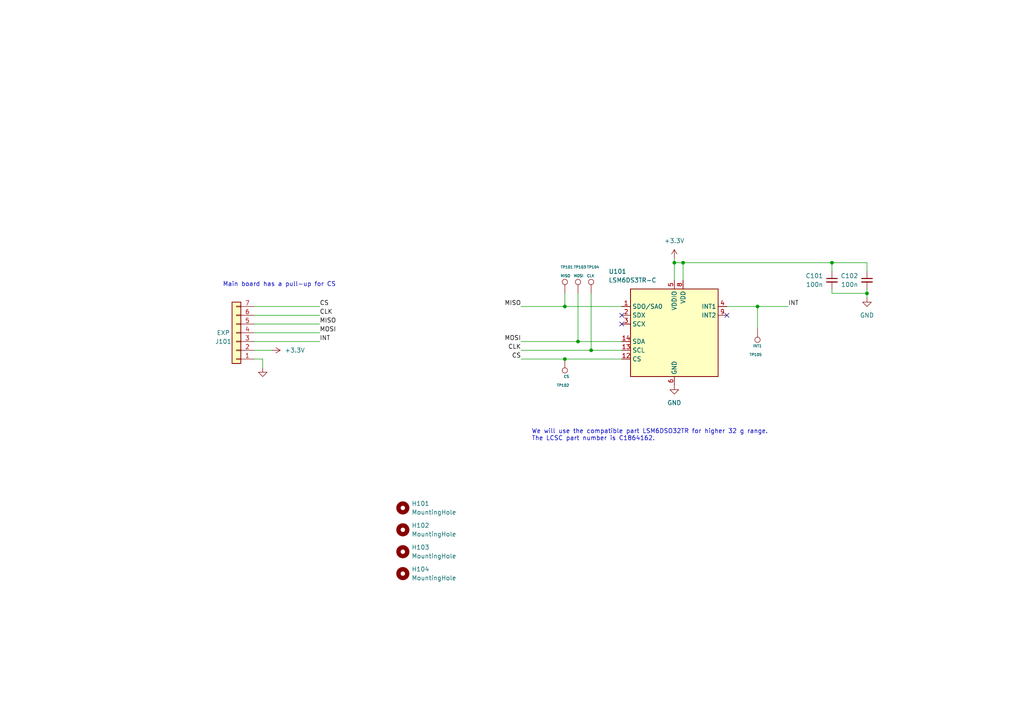
<source format=kicad_sch>
(kicad_sch (version 20231120) (generator "eeschema") (generator_version "8.0")
  (paper "A4")
  (lib_symbols
    (symbol "Connector:TestPoint" (pin_numbers hide) (pin_names (offset 0.762) hide)
      (property "Reference" "TP" (at 0 6.858 0))
      (property "Value" "TestPoint" (at 0 5.08 0))
      (symbol "TestPoint_0_1"
        (circle (center 0 3.302) (radius 0.762))
      )
      (symbol "TestPoint_1_1"
        (pin passive line (at 0 0 90) (length 2.54) (name "1") (number "1"))
      )
    )
    (symbol "Connector_Generic:Conn_01x07" (pin_names (offset 1.016) hide)
      (property "Reference" "J" (at 0 10.16 0))
      (property "Value" "Conn_01x07" (at 0 -10.16 0))
      (symbol "Conn_01x07_1_1"
        (rectangle (start -1.27 -7.493) (end 0 -7.747) (stroke (width 0.1524)))
        (rectangle (start -1.27 -4.953) (end 0 -5.207) (stroke (width 0.1524)))
        (rectangle (start -1.27 -2.413) (end 0 -2.667) (stroke (width 0.1524)))
        (rectangle (start -1.27 0.127) (end 0 -0.127) (stroke (width 0.1524)))
        (rectangle (start -1.27 2.667) (end 0 2.413) (stroke (width 0.1524)))
        (rectangle (start -1.27 5.207) (end 0 4.953) (stroke (width 0.1524)))
        (rectangle (start -1.27 7.747) (end 0 7.493) (stroke (width 0.1524)))
        (rectangle (start -1.27 8.89) (end 1.27 -8.89) (stroke (width 0.254)) (fill (type background)))
        (pin passive line (at -5.08 7.62 0) (length 3.81) (name "Pin_1") (number "1"))
        (pin passive line (at -5.08 5.08 0) (length 3.81) (name "Pin_2") (number "2"))
        (pin passive line (at -5.08 2.54 0) (length 3.81) (name "Pin_3") (number "3"))
        (pin passive line (at -5.08 0 0) (length 3.81) (name "Pin_4") (number "4"))
        (pin passive line (at -5.08 -2.54 0) (length 3.81) (name "Pin_5") (number "5"))
        (pin passive line (at -5.08 -5.08 0) (length 3.81) (name "Pin_6") (number "6"))
        (pin passive line (at -5.08 -7.62 0) (length 3.81) (name "Pin_7") (number "7"))
      )
    )
    (symbol "Device:C_Small" (pin_numbers hide) (pin_names (offset 0.254) hide)
      (property "Reference" "C" (at 0.254 1.778 0))
      (property "Value" "C_Small" (at 0.254 -2.032 0))
      (symbol "C_Small_0_1"
        (polyline (pts (xy -1.524 -0.508) (xy 1.524 -0.508)) (stroke (width 0.3302)))
        (polyline (pts (xy -1.524 0.508) (xy 1.524 0.508)) (stroke (width 0.3048)))
      )
      (symbol "C_Small_1_1"
        (pin passive line (at 0 2.54 270) (length 2.032) (name "~") (number "1"))
        (pin passive line (at 0 -2.54 90) (length 2.032) (name "~") (number "2"))
      )
    )
    (symbol "Mechanical:MountingHole" (pin_names (offset 1.016)) (exclude_from_sim yes) (in_bom no)
      (property "Reference" "H" (at 0 5.08 0))
      (property "Value" "MountingHole" (at 0 3.175 0))
      (symbol "MountingHole_0_1"
        (circle (center 0 0) (radius 1.27) (stroke (width 1.27)))
      )
    )
    (symbol "Sensor_Motion:LSM6DS3"
      (property "Reference" "U" (at -11.43 15.24 0))
      (property "Value" "LSM6DS3" (at -11.43 12.7 0))
      (symbol "LSM6DS3_0_1"
        (rectangle (start -12.7 12.7) (end 12.7 -12.7) (stroke (width 0.254)) (fill (type background)))
      )
      (symbol "LSM6DS3_1_1"
        (pin bidirectional line (at -15.24 7.62 0) (length 2.54) (name "SDO/SA0") (number "1"))
        (pin no_connect line (at 12.7 -5.08 180) (length 3.81) hide (name "NC") (number "10"))
        (pin no_connect line (at 12.7 -2.54 180) (length 3.81) hide (name "NC") (number "11"))
        (pin input line (at -15.24 -7.62 0) (length 2.54) (name "CS") (number "12"))
        (pin input line (at -15.24 -5.08 0) (length 2.54) (name "SCL") (number "13"))
        (pin bidirectional line (at -15.24 -2.54 0) (length 2.54) (name "SDA") (number "14"))
        (pin bidirectional line (at -15.24 5.08 0) (length 2.54) (name "SDX") (number "2"))
        (pin input line (at -15.24 2.54 0) (length 2.54) (name "SCX") (number "3"))
        (pin output line (at 15.24 7.62 180) (length 2.54) (name "INT1") (number "4"))
        (pin power_in line (at 0 15.24 270) (length 2.54) (name "VDDIO") (number "5"))
        (pin power_in line (at 0 -15.24 90) (length 2.54) (name "GND") (number "6"))
        (pin passive line (at 0 -15.24 90) (length 2.54) hide (name "GND") (number "7"))
        (pin power_in line (at 2.54 15.24 270) (length 2.54) (name "VDD") (number "8"))
        (pin output line (at 15.24 5.08 180) (length 2.54) (name "INT2") (number "9"))
      )
    )
    (symbol "power:+3.3V" (power) (pin_names (offset 0))
      (property "Value" "+3.3V" (at 0 3.556 0))
      (symbol "+3.3V_0_1"
        (polyline (pts (xy -0.762 1.27) (xy 0 2.54)))
        (polyline (pts (xy 0 0) (xy 0 2.54)))
        (polyline (pts (xy 0 2.54) (xy 0.762 1.27)))
      )
      (symbol "+3.3V_1_1"
        (pin power_in line (at 0 0 90) (length 0) hide (name "+3.3V") (number "1"))
      )
    )
    (symbol "power:GND" (power) (pin_names (offset 0))
      (property "Value" "GND" (at 0 -3.81 0))
      (symbol "GND_0_1"
        (polyline (pts (xy 0 0) (xy 0 -1.27) (xy 1.27 -1.27) (xy 0 -2.54) (xy -1.27 -1.27) (xy 0 -1.27)))
      )
      (symbol "GND_1_1"
        (pin power_in line (at 0 0 270) (length 0) hide (name "GND") (number "1"))
      )
    )
  )
  (junction (at 219.71 88.9))
  (junction (at 171.45 101.6))
  (junction (at 163.83 88.9))
  (junction (at 251.46 85.09))
  (junction (at 163.83 104.14))
  (junction (at 198.12 76.2))
  (junction (at 195.58 76.2))
  (junction (at 167.64 99.06))
  (junction (at 241.3 76.2))
  (no_connect (at 180.34 93.98))
  (no_connect (at 180.34 91.44))
  (no_connect (at 210.82 91.44))
  (wire (pts (xy 73.66 93.98) (xy 92.71 93.98)))
  (wire (pts (xy 73.66 91.44) (xy 92.71 91.44)))
  (wire (pts (xy 195.58 76.2) (xy 195.58 81.28)))
  (wire (pts (xy 198.12 76.2) (xy 241.3 76.2)))
  (wire (pts (xy 73.66 101.6) (xy 78.74 101.6)))
  (wire (pts (xy 76.2 106.68) (xy 76.2 104.14)))
  (wire (pts (xy 251.46 83.82) (xy 251.46 85.09)))
  (wire (pts (xy 163.83 85.09) (xy 163.83 88.9)))
  (wire (pts (xy 151.13 99.06) (xy 167.64 99.06)))
  (wire (pts (xy 198.12 76.2) (xy 195.58 76.2)))
  (wire (pts (xy 151.13 88.9) (xy 163.83 88.9)))
  (wire (pts (xy 163.83 104.14) (xy 180.34 104.14)))
  (wire (pts (xy 171.45 101.6) (xy 180.34 101.6)))
  (wire (pts (xy 171.45 85.09) (xy 171.45 101.6)))
  (wire (pts (xy 73.66 96.52) (xy 92.71 96.52)))
  (wire (pts (xy 241.3 83.82) (xy 241.3 85.09)))
  (wire (pts (xy 219.71 88.9) (xy 210.82 88.9)))
  (wire (pts (xy 241.3 76.2) (xy 251.46 76.2)))
  (wire (pts (xy 163.83 88.9) (xy 180.34 88.9)))
  (wire (pts (xy 151.13 101.6) (xy 171.45 101.6)))
  (wire (pts (xy 241.3 85.09) (xy 251.46 85.09)))
  (wire (pts (xy 251.46 76.2) (xy 251.46 78.74)))
  (wire (pts (xy 219.71 88.9) (xy 219.71 95.25)))
  (wire (pts (xy 251.46 85.09) (xy 251.46 86.36)))
  (wire (pts (xy 195.58 74.93) (xy 195.58 76.2)))
  (wire (pts (xy 241.3 76.2) (xy 241.3 78.74)))
  (wire (pts (xy 228.6 88.9) (xy 219.71 88.9)))
  (wire (pts (xy 73.66 88.9) (xy 92.71 88.9)))
  (wire (pts (xy 198.12 81.28) (xy 198.12 76.2)))
  (wire (pts (xy 76.2 104.14) (xy 73.66 104.14)))
  (wire (pts (xy 151.13 104.14) (xy 163.83 104.14)))
  (wire (pts (xy 167.64 99.06) (xy 180.34 99.06)))
  (wire (pts (xy 167.64 85.09) (xy 167.64 99.06)))
  (wire (pts (xy 73.66 99.06) (xy 92.71 99.06)))
  (text "Main board has a pull-up for CS" (at 81.026 82.55 0) (effects (font (size 1.27 1.27))))
  (text "We will use the compatible part LSM6DSO32TR for higher 32 g range. \nThe LCSC part number is C1864162." (at 154.178 124.46 0) (effects (font (size 1.27 1.27)) (justify left top)))
  (label "MISO" (at 151.13 88.9 180))
  (label "CLK" (at 151.13 101.6 180))
  (label "MOSI" (at 92.71 96.52 0))
  (label "MOSI" (at 151.13 99.06 180))
  (label "INT" (at 92.71 99.06 0))
  (label "CS" (at 151.13 104.14 180))
  (label "CS" (at 92.71 88.9 0))
  (label "CLK" (at 92.71 91.44 0))
  (label "INT" (at 228.6 88.9 0))
  (label "MISO" (at 92.71 93.98 0))
  (symbol (lib_id "power:+3.3V") (at 78.74 101.6 270) (unit 1)
    (property "Reference" "#PWR0102" (effects (hide yes)))
    (property "Value" "+3.3V" (at 82.55 101.6 90) (effects (justify left)))
  )
  (symbol (lib_id "Device:C_Small") (at 241.3 81.28 0) (mirror y) (unit 1)
    (property "Reference" "C101" (at 238.76 80.01 0) (effects (justify left)))
    (property "Value" "100n" (at 238.76 82.55 0) (effects (justify left)))
    (property "Footprint" "Capacitor_SMD:C_0402_1005Metric" (effects (hide yes)))
    (property "LCSC" "C1525" (effects (hide yes)))
  )
  (symbol (lib_id "power:GND") (at 76.2 106.68 0) (unit 1)
    (property "Reference" "#PWR0101" (effects (hide yes)))
    (property "Value" "GND" (effects (hide yes)))
  )
  (symbol (lib_id "Connector:TestPoint") (at 167.64 85.09 0) (unit 1) (in_bom no)
    (property "Reference" "TP103" (at 166.37 77.47 0) (effects (font (size 0.762 0.762)) (justify left)))
    (property "Value" "MOSI" (at 166.37 80.01 0) (effects (font (size 0.762 0.762)) (justify left)))
    (property "Footprint" "TestPoint:TestPoint_Pad_D1.0mm" (effects (hide yes)))
  )
  (symbol (lib_id "Mechanical:MountingHole") (at 116.84 160.02 0) (unit 1) (exclude_from_sim yes) (in_bom no)
    (property "Reference" "H103" (at 119.38 158.7499 0) (effects (justify left)))
    (property "Value" "MountingHole" (at 119.38 161.2899 0) (effects (justify left)))
    (property "Footprint" "MountingHole:MountingHole_2.2mm_M2_Pad" (effects (hide yes)))
    (property "Description" "Mounting Hole without connection" (effects (hide yes)))
  )
  (symbol (lib_id "Device:C_Small") (at 251.46 81.28 0) (mirror y) (unit 1)
    (property "Reference" "C102" (at 248.92 80.01 0) (effects (justify left)))
    (property "Value" "100n" (at 248.92 82.55 0) (effects (justify left)))
    (property "Footprint" "Capacitor_SMD:C_0402_1005Metric" (effects (hide yes)))
    (property "LCSC" "C1525" (effects (hide yes)))
  )
  (symbol (lib_id "Mechanical:MountingHole") (at 116.84 166.37 0) (unit 1) (exclude_from_sim yes) (in_bom no)
    (property "Reference" "H104" (at 119.38 165.0999 0) (effects (justify left)))
    (property "Value" "MountingHole" (at 119.38 167.6399 0) (effects (justify left)))
    (property "Footprint" "MountingHole:MountingHole_2.2mm_M2_Pad" (effects (hide yes)))
    (property "Description" "Mounting Hole without connection" (effects (hide yes)))
  )
  (symbol (lib_id "power:GND") (at 195.58 111.76 0) (unit 1)
    (property "Reference" "#PWR0104" (effects (hide yes)))
    (property "Value" "GND" (at 195.58 116.84 0))
  )
  (symbol (lib_id "Connector_Generic:Conn_01x07") (at 68.58 96.52 180) (unit 1)
    (property "Reference" "J101" (at 64.77 99.06 0))
    (property "Value" "EXP" (at 64.77 96.52 0))
    (property "Footprint" "Connector_JST:JST_SH_SM07B-SRSS-TB_1x07-1MP_P1.00mm_Horizontal" (effects (hide yes)))
    (property "LCSC" "C160406" (effects (hide yes)))
  )
  (symbol (lib_id "Connector:TestPoint") (at 163.83 104.14 180) (unit 1) (in_bom no)
    (property "Reference" "TP102" (at 165.1 111.76 0) (effects (font (size 0.762 0.762)) (justify left)))
    (property "Value" "CS" (at 165.1 109.22 0) (effects (font (size 0.762 0.762)) (justify left)))
    (property "Footprint" "TestPoint:TestPoint_Pad_D1.0mm" (effects (hide yes)))
  )
  (symbol (lib_id "Sensor_Motion:LSM6DS3") (at 195.58 96.52 0) (unit 1)
    (property "Reference" "U101" (at 176.53 78.74 0) (effects (justify left)))
    (property "Value" "LSM6DS3TR-C" (at 176.53 81.28 0) (effects (justify left)))
    (property "Footprint" "Package_LGA:LGA-14_3x2.5mm_P0.5mm_LayoutBorder3x4y" (effects (hide yes)))
    (property "Datasheet" "https://www.st.com/resource/en/datasheet/lsm6ds3tr-c.pdf" (effects (hide yes)))
    (property "LCSC" "C1864162" (effects (hide yes)))
  )
  (symbol (lib_id "Mechanical:MountingHole") (at 116.84 153.67 0) (unit 1) (exclude_from_sim yes) (in_bom no)
    (property "Reference" "H102" (at 119.38 152.3999 0) (effects (justify left)))
    (property "Value" "MountingHole" (at 119.38 154.9399 0) (effects (justify left)))
    (property "Footprint" "MountingHole:MountingHole_2.2mm_M2_Pad" (effects (hide yes)))
    (property "Description" "Mounting Hole without connection" (effects (hide yes)))
  )
  (symbol (lib_id "power:+3.3V") (at 195.58 74.93 0) (unit 1)
    (property "Reference" "#PWR0103" (effects (hide yes)))
    (property "Value" "+3.3V" (at 195.58 69.85 0))
  )
  (symbol (lib_id "Connector:TestPoint") (at 163.83 85.09 0) (unit 1) (in_bom no)
    (property "Reference" "TP101" (at 162.56 77.47 0) (effects (font (size 0.762 0.762)) (justify left)))
    (property "Value" "MISO" (at 162.56 80.01 0) (effects (font (size 0.762 0.762)) (justify left)))
    (property "Footprint" "TestPoint:TestPoint_Pad_D1.0mm" (effects (hide yes)))
  )
  (symbol (lib_id "Connector:TestPoint") (at 219.71 95.25 180) (unit 1) (in_bom no)
    (property "Reference" "TP105" (at 220.98 102.87 0) (effects (font (size 0.762 0.762)) (justify left)))
    (property "Value" "INT1" (at 220.98 100.33 0) (effects (font (size 0.762 0.762)) (justify left)))
    (property "Footprint" "TestPoint:TestPoint_Pad_D1.0mm" (effects (hide yes)))
  )
  (symbol (lib_id "Mechanical:MountingHole") (at 116.84 147.32 0) (unit 1) (exclude_from_sim yes) (in_bom no)
    (property "Reference" "H101" (at 119.38 146.0499 0) (effects (justify left)))
    (property "Value" "MountingHole" (at 119.38 148.5899 0) (effects (justify left)))
    (property "Footprint" "MountingHole:MountingHole_2.2mm_M2_Pad" (effects (hide yes)))
    (property "Description" "Mounting Hole without connection" (effects (hide yes)))
  )
  (symbol (lib_id "Connector:TestPoint") (at 171.45 85.09 0) (unit 1) (in_bom no)
    (property "Reference" "TP104" (at 170.18 77.47 0) (effects (font (size 0.762 0.762)) (justify left)))
    (property "Value" "CLK" (at 170.18 80.01 0) (effects (font (size 0.762 0.762)) (justify left)))
    (property "Footprint" "TestPoint:TestPoint_Pad_D1.0mm" (effects (hide yes)))
  )
  (symbol (lib_id "power:GND") (at 251.46 86.36 0) (unit 1)
    (property "Reference" "#PWR0105" (effects (hide yes)))
    (property "Value" "GND" (at 251.46 91.44 0))
  )
)
</source>
